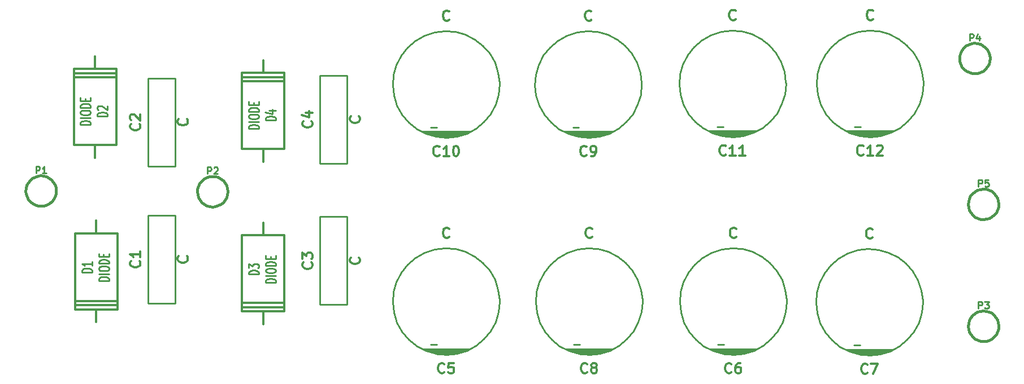
<source format=gto>
G04 (created by PCBNEW-RS274X (2012-01-19 BZR 3256)-stable) date 31/05/2012 03:32:05 p.m.*
G01*
G70*
G90*
%MOIN*%
G04 Gerber Fmt 3.4, Leading zero omitted, Abs format*
%FSLAX34Y34*%
G04 APERTURE LIST*
%ADD10C,0.006000*%
%ADD11C,0.015000*%
%ADD12C,0.010000*%
%ADD13C,0.012000*%
%ADD14C,0.009800*%
G04 APERTURE END LIST*
G54D10*
G54D11*
X11569Y-20551D02*
X11551Y-20725D01*
X11501Y-20893D01*
X11418Y-21049D01*
X11307Y-21185D01*
X11172Y-21297D01*
X11017Y-21380D01*
X10849Y-21432D01*
X10675Y-21450D01*
X10501Y-21435D01*
X10332Y-21385D01*
X10177Y-21304D01*
X10040Y-21194D01*
X09927Y-21059D01*
X09842Y-20905D01*
X09789Y-20738D01*
X09770Y-20563D01*
X09784Y-20389D01*
X09833Y-20220D01*
X09913Y-20064D01*
X10022Y-19926D01*
X10156Y-19812D01*
X10309Y-19727D01*
X10476Y-19672D01*
X10651Y-19652D01*
X10825Y-19665D01*
X10994Y-19712D01*
X11151Y-19792D01*
X11289Y-19900D01*
X11404Y-20033D01*
X11491Y-20185D01*
X11546Y-20352D01*
X11568Y-20526D01*
X11569Y-20551D01*
X21687Y-20591D02*
X21669Y-20765D01*
X21619Y-20933D01*
X21536Y-21089D01*
X21425Y-21225D01*
X21290Y-21337D01*
X21135Y-21420D01*
X20967Y-21472D01*
X20793Y-21490D01*
X20619Y-21475D01*
X20450Y-21425D01*
X20295Y-21344D01*
X20158Y-21234D01*
X20045Y-21099D01*
X19960Y-20945D01*
X19907Y-20778D01*
X19888Y-20603D01*
X19902Y-20429D01*
X19951Y-20260D01*
X20031Y-20104D01*
X20140Y-19966D01*
X20274Y-19852D01*
X20427Y-19767D01*
X20594Y-19712D01*
X20769Y-19692D01*
X20943Y-19705D01*
X21112Y-19752D01*
X21269Y-19832D01*
X21407Y-19940D01*
X21522Y-20073D01*
X21609Y-20225D01*
X21664Y-20392D01*
X21686Y-20566D01*
X21687Y-20591D01*
X67160Y-28543D02*
X67142Y-28717D01*
X67092Y-28885D01*
X67009Y-29041D01*
X66898Y-29177D01*
X66763Y-29289D01*
X66608Y-29372D01*
X66440Y-29424D01*
X66266Y-29442D01*
X66092Y-29427D01*
X65923Y-29377D01*
X65768Y-29296D01*
X65631Y-29186D01*
X65518Y-29051D01*
X65433Y-28897D01*
X65380Y-28730D01*
X65361Y-28555D01*
X65375Y-28381D01*
X65424Y-28212D01*
X65504Y-28056D01*
X65613Y-27918D01*
X65747Y-27804D01*
X65900Y-27719D01*
X66067Y-27664D01*
X66242Y-27644D01*
X66416Y-27657D01*
X66585Y-27704D01*
X66742Y-27784D01*
X66880Y-27892D01*
X66995Y-28025D01*
X67082Y-28177D01*
X67137Y-28344D01*
X67159Y-28518D01*
X67160Y-28543D01*
X66648Y-12717D02*
X66630Y-12891D01*
X66580Y-13059D01*
X66497Y-13215D01*
X66386Y-13351D01*
X66251Y-13463D01*
X66096Y-13546D01*
X65928Y-13598D01*
X65754Y-13616D01*
X65580Y-13601D01*
X65411Y-13551D01*
X65256Y-13470D01*
X65119Y-13360D01*
X65006Y-13225D01*
X64921Y-13071D01*
X64868Y-12904D01*
X64849Y-12729D01*
X64863Y-12555D01*
X64912Y-12386D01*
X64992Y-12230D01*
X65101Y-12092D01*
X65235Y-11978D01*
X65388Y-11893D01*
X65555Y-11838D01*
X65730Y-11818D01*
X65904Y-11831D01*
X66073Y-11878D01*
X66230Y-11958D01*
X66368Y-12066D01*
X66483Y-12199D01*
X66570Y-12351D01*
X66625Y-12518D01*
X66647Y-12692D01*
X66648Y-12717D01*
G54D12*
X44303Y-17052D02*
X43453Y-17302D01*
X41653Y-17052D02*
X42103Y-17202D01*
X46103Y-14252D02*
X46043Y-14863D01*
X45865Y-15452D01*
X45576Y-15995D01*
X45188Y-16471D01*
X44714Y-16863D01*
X44173Y-17155D01*
X43586Y-17337D01*
X42974Y-17401D01*
X42363Y-17346D01*
X41773Y-17172D01*
X41229Y-16887D01*
X40750Y-16502D01*
X40354Y-16031D01*
X40058Y-15492D01*
X39872Y-14906D01*
X39804Y-14295D01*
X39855Y-13684D01*
X40025Y-13093D01*
X40306Y-12546D01*
X40688Y-12064D01*
X41156Y-11666D01*
X41692Y-11366D01*
X42277Y-11176D01*
X42888Y-11103D01*
X43499Y-11150D01*
X44092Y-11316D01*
X44640Y-11593D01*
X45125Y-11971D01*
X45527Y-12437D01*
X45830Y-12971D01*
X46024Y-13555D01*
X46101Y-14165D01*
X46103Y-14252D01*
X43753Y-17202D02*
X42153Y-17202D01*
X41803Y-17102D02*
X44053Y-17102D01*
X44053Y-17102D02*
X43703Y-17102D01*
X42403Y-17352D02*
X43453Y-17352D01*
X43803Y-17252D02*
X42103Y-17252D01*
X41853Y-17152D02*
X44053Y-17152D01*
X44053Y-17152D02*
X44003Y-17152D01*
X41553Y-17052D02*
X44353Y-17052D01*
X42403Y-16802D02*
X42053Y-16802D01*
X35917Y-17052D02*
X35067Y-17302D01*
X33267Y-17052D02*
X33717Y-17202D01*
X37717Y-14252D02*
X37657Y-14863D01*
X37479Y-15452D01*
X37190Y-15995D01*
X36802Y-16471D01*
X36328Y-16863D01*
X35787Y-17155D01*
X35200Y-17337D01*
X34588Y-17401D01*
X33977Y-17346D01*
X33387Y-17172D01*
X32843Y-16887D01*
X32364Y-16502D01*
X31968Y-16031D01*
X31672Y-15492D01*
X31486Y-14906D01*
X31418Y-14295D01*
X31469Y-13684D01*
X31639Y-13093D01*
X31920Y-12546D01*
X32302Y-12064D01*
X32770Y-11666D01*
X33306Y-11366D01*
X33891Y-11176D01*
X34502Y-11103D01*
X35113Y-11150D01*
X35706Y-11316D01*
X36254Y-11593D01*
X36739Y-11971D01*
X37141Y-12437D01*
X37444Y-12971D01*
X37638Y-13555D01*
X37715Y-14165D01*
X37717Y-14252D01*
X35367Y-17202D02*
X33767Y-17202D01*
X33417Y-17102D02*
X35667Y-17102D01*
X35667Y-17102D02*
X35317Y-17102D01*
X34017Y-17352D02*
X35067Y-17352D01*
X35417Y-17252D02*
X33717Y-17252D01*
X33467Y-17152D02*
X35667Y-17152D01*
X35667Y-17152D02*
X35617Y-17152D01*
X33167Y-17052D02*
X35967Y-17052D01*
X34017Y-16802D02*
X33667Y-16802D01*
X52807Y-17013D02*
X51957Y-17263D01*
X50157Y-17013D02*
X50607Y-17163D01*
X54607Y-14213D02*
X54547Y-14824D01*
X54369Y-15413D01*
X54080Y-15956D01*
X53692Y-16432D01*
X53218Y-16824D01*
X52677Y-17116D01*
X52090Y-17298D01*
X51478Y-17362D01*
X50867Y-17307D01*
X50277Y-17133D01*
X49733Y-16848D01*
X49254Y-16463D01*
X48858Y-15992D01*
X48562Y-15453D01*
X48376Y-14867D01*
X48308Y-14256D01*
X48359Y-13645D01*
X48529Y-13054D01*
X48810Y-12507D01*
X49192Y-12025D01*
X49660Y-11627D01*
X50196Y-11327D01*
X50781Y-11137D01*
X51392Y-11064D01*
X52003Y-11111D01*
X52596Y-11277D01*
X53144Y-11554D01*
X53629Y-11932D01*
X54031Y-12398D01*
X54334Y-12932D01*
X54528Y-13516D01*
X54605Y-14126D01*
X54607Y-14213D01*
X52257Y-17163D02*
X50657Y-17163D01*
X50307Y-17063D02*
X52557Y-17063D01*
X52557Y-17063D02*
X52207Y-17063D01*
X50907Y-17313D02*
X51957Y-17313D01*
X52307Y-17213D02*
X50607Y-17213D01*
X50357Y-17113D02*
X52557Y-17113D01*
X52557Y-17113D02*
X52507Y-17113D01*
X50057Y-17013D02*
X52857Y-17013D01*
X50907Y-16763D02*
X50557Y-16763D01*
X60917Y-17013D02*
X60067Y-17263D01*
X58267Y-17013D02*
X58717Y-17163D01*
X62717Y-14213D02*
X62657Y-14824D01*
X62479Y-15413D01*
X62190Y-15956D01*
X61802Y-16432D01*
X61328Y-16824D01*
X60787Y-17116D01*
X60200Y-17298D01*
X59588Y-17362D01*
X58977Y-17307D01*
X58387Y-17133D01*
X57843Y-16848D01*
X57364Y-16463D01*
X56968Y-15992D01*
X56672Y-15453D01*
X56486Y-14867D01*
X56418Y-14256D01*
X56469Y-13645D01*
X56639Y-13054D01*
X56920Y-12507D01*
X57302Y-12025D01*
X57770Y-11627D01*
X58306Y-11327D01*
X58891Y-11137D01*
X59502Y-11064D01*
X60113Y-11111D01*
X60706Y-11277D01*
X61254Y-11554D01*
X61739Y-11932D01*
X62141Y-12398D01*
X62444Y-12932D01*
X62638Y-13516D01*
X62715Y-14126D01*
X62717Y-14213D01*
X60367Y-17163D02*
X58767Y-17163D01*
X58417Y-17063D02*
X60667Y-17063D01*
X60667Y-17063D02*
X60317Y-17063D01*
X59017Y-17313D02*
X60067Y-17313D01*
X60417Y-17213D02*
X58717Y-17213D01*
X58467Y-17113D02*
X60667Y-17113D01*
X60667Y-17113D02*
X60617Y-17113D01*
X58167Y-17013D02*
X60967Y-17013D01*
X59017Y-16763D02*
X58667Y-16763D01*
X35917Y-29887D02*
X35067Y-30137D01*
X33267Y-29887D02*
X33717Y-30037D01*
X37717Y-27087D02*
X37657Y-27698D01*
X37479Y-28287D01*
X37190Y-28830D01*
X36802Y-29306D01*
X36328Y-29698D01*
X35787Y-29990D01*
X35200Y-30172D01*
X34588Y-30236D01*
X33977Y-30181D01*
X33387Y-30007D01*
X32843Y-29722D01*
X32364Y-29337D01*
X31968Y-28866D01*
X31672Y-28327D01*
X31486Y-27741D01*
X31418Y-27130D01*
X31469Y-26519D01*
X31639Y-25928D01*
X31920Y-25381D01*
X32302Y-24899D01*
X32770Y-24501D01*
X33306Y-24201D01*
X33891Y-24011D01*
X34502Y-23938D01*
X35113Y-23985D01*
X35706Y-24151D01*
X36254Y-24428D01*
X36739Y-24806D01*
X37141Y-25272D01*
X37444Y-25806D01*
X37638Y-26390D01*
X37715Y-27000D01*
X37717Y-27087D01*
X35367Y-30037D02*
X33767Y-30037D01*
X33417Y-29937D02*
X35667Y-29937D01*
X35667Y-29937D02*
X35317Y-29937D01*
X34017Y-30187D02*
X35067Y-30187D01*
X35417Y-30087D02*
X33717Y-30087D01*
X33467Y-29987D02*
X35667Y-29987D01*
X35667Y-29987D02*
X35617Y-29987D01*
X33167Y-29887D02*
X35967Y-29887D01*
X34017Y-29637D02*
X33667Y-29637D01*
X52846Y-29887D02*
X51996Y-30137D01*
X50196Y-29887D02*
X50646Y-30037D01*
X54646Y-27087D02*
X54586Y-27698D01*
X54408Y-28287D01*
X54119Y-28830D01*
X53731Y-29306D01*
X53257Y-29698D01*
X52716Y-29990D01*
X52129Y-30172D01*
X51517Y-30236D01*
X50906Y-30181D01*
X50316Y-30007D01*
X49772Y-29722D01*
X49293Y-29337D01*
X48897Y-28866D01*
X48601Y-28327D01*
X48415Y-27741D01*
X48347Y-27130D01*
X48398Y-26519D01*
X48568Y-25928D01*
X48849Y-25381D01*
X49231Y-24899D01*
X49699Y-24501D01*
X50235Y-24201D01*
X50820Y-24011D01*
X51431Y-23938D01*
X52042Y-23985D01*
X52635Y-24151D01*
X53183Y-24428D01*
X53668Y-24806D01*
X54070Y-25272D01*
X54373Y-25806D01*
X54567Y-26390D01*
X54644Y-27000D01*
X54646Y-27087D01*
X52296Y-30037D02*
X50696Y-30037D01*
X50346Y-29937D02*
X52596Y-29937D01*
X52596Y-29937D02*
X52246Y-29937D01*
X50946Y-30187D02*
X51996Y-30187D01*
X52346Y-30087D02*
X50646Y-30087D01*
X50396Y-29987D02*
X52596Y-29987D01*
X52596Y-29987D02*
X52546Y-29987D01*
X50096Y-29887D02*
X52896Y-29887D01*
X50946Y-29637D02*
X50596Y-29637D01*
X60878Y-29926D02*
X60028Y-30176D01*
X58228Y-29926D02*
X58678Y-30076D01*
X62678Y-27126D02*
X62618Y-27737D01*
X62440Y-28326D01*
X62151Y-28869D01*
X61763Y-29345D01*
X61289Y-29737D01*
X60748Y-30029D01*
X60161Y-30211D01*
X59549Y-30275D01*
X58938Y-30220D01*
X58348Y-30046D01*
X57804Y-29761D01*
X57325Y-29376D01*
X56929Y-28905D01*
X56633Y-28366D01*
X56447Y-27780D01*
X56379Y-27169D01*
X56430Y-26558D01*
X56600Y-25967D01*
X56881Y-25420D01*
X57263Y-24938D01*
X57731Y-24540D01*
X58267Y-24240D01*
X58852Y-24050D01*
X59463Y-23977D01*
X60074Y-24024D01*
X60667Y-24190D01*
X61215Y-24467D01*
X61700Y-24845D01*
X62102Y-25311D01*
X62405Y-25845D01*
X62599Y-26429D01*
X62676Y-27039D01*
X62678Y-27126D01*
X60328Y-30076D02*
X58728Y-30076D01*
X58378Y-29976D02*
X60628Y-29976D01*
X60628Y-29976D02*
X60278Y-29976D01*
X58978Y-30226D02*
X60028Y-30226D01*
X60378Y-30126D02*
X58678Y-30126D01*
X58428Y-30026D02*
X60628Y-30026D01*
X60628Y-30026D02*
X60578Y-30026D01*
X58128Y-29926D02*
X60928Y-29926D01*
X58978Y-29676D02*
X58628Y-29676D01*
X44342Y-29887D02*
X43492Y-30137D01*
X41692Y-29887D02*
X42142Y-30037D01*
X46142Y-27087D02*
X46082Y-27698D01*
X45904Y-28287D01*
X45615Y-28830D01*
X45227Y-29306D01*
X44753Y-29698D01*
X44212Y-29990D01*
X43625Y-30172D01*
X43013Y-30236D01*
X42402Y-30181D01*
X41812Y-30007D01*
X41268Y-29722D01*
X40789Y-29337D01*
X40393Y-28866D01*
X40097Y-28327D01*
X39911Y-27741D01*
X39843Y-27130D01*
X39894Y-26519D01*
X40064Y-25928D01*
X40345Y-25381D01*
X40727Y-24899D01*
X41195Y-24501D01*
X41731Y-24201D01*
X42316Y-24011D01*
X42927Y-23938D01*
X43538Y-23985D01*
X44131Y-24151D01*
X44679Y-24428D01*
X45164Y-24806D01*
X45566Y-25272D01*
X45869Y-25806D01*
X46063Y-26390D01*
X46140Y-27000D01*
X46142Y-27087D01*
X43792Y-30037D02*
X42192Y-30037D01*
X41842Y-29937D02*
X44092Y-29937D01*
X44092Y-29937D02*
X43742Y-29937D01*
X42442Y-30187D02*
X43492Y-30187D01*
X43842Y-30087D02*
X42142Y-30087D01*
X41892Y-29987D02*
X44092Y-29987D01*
X44092Y-29987D02*
X44042Y-29987D01*
X41592Y-29887D02*
X44392Y-29887D01*
X42442Y-29637D02*
X42092Y-29637D01*
G54D11*
X67160Y-21339D02*
X67142Y-21513D01*
X67092Y-21681D01*
X67009Y-21837D01*
X66898Y-21973D01*
X66763Y-22085D01*
X66608Y-22168D01*
X66440Y-22220D01*
X66266Y-22238D01*
X66092Y-22223D01*
X65923Y-22173D01*
X65768Y-22092D01*
X65631Y-21982D01*
X65518Y-21847D01*
X65433Y-21693D01*
X65380Y-21526D01*
X65361Y-21351D01*
X65375Y-21177D01*
X65424Y-21008D01*
X65504Y-20852D01*
X65613Y-20714D01*
X65747Y-20600D01*
X65900Y-20515D01*
X66067Y-20460D01*
X66242Y-20440D01*
X66416Y-20453D01*
X66585Y-20500D01*
X66742Y-20580D01*
X66880Y-20688D01*
X66995Y-20821D01*
X67082Y-20973D01*
X67137Y-21140D01*
X67159Y-21314D01*
X67160Y-21339D01*
G54D13*
X15187Y-23065D02*
X12687Y-23065D01*
X12687Y-23065D02*
X12687Y-27565D01*
X12687Y-27565D02*
X15187Y-27565D01*
X15187Y-27565D02*
X15187Y-23065D01*
X15187Y-27315D02*
X12687Y-27315D01*
X12687Y-27065D02*
X15187Y-27065D01*
X13937Y-27565D02*
X13937Y-28315D01*
X13937Y-23065D02*
X13937Y-22315D01*
X12608Y-17841D02*
X15108Y-17841D01*
X15108Y-17841D02*
X15108Y-13341D01*
X15108Y-13341D02*
X12608Y-13341D01*
X12608Y-13341D02*
X12608Y-17841D01*
X12608Y-13591D02*
X15108Y-13591D01*
X15108Y-13841D02*
X12608Y-13841D01*
X13858Y-13341D02*
X13858Y-12591D01*
X13858Y-17841D02*
X13858Y-18591D01*
X25030Y-23183D02*
X22530Y-23183D01*
X22530Y-23183D02*
X22530Y-27683D01*
X22530Y-27683D02*
X25030Y-27683D01*
X25030Y-27683D02*
X25030Y-23183D01*
X25030Y-27433D02*
X22530Y-27433D01*
X22530Y-27183D02*
X25030Y-27183D01*
X23780Y-27683D02*
X23780Y-28433D01*
X23780Y-23183D02*
X23780Y-22433D01*
X22530Y-18077D02*
X25030Y-18077D01*
X25030Y-18077D02*
X25030Y-13577D01*
X25030Y-13577D02*
X22530Y-13577D01*
X22530Y-13577D02*
X22530Y-18077D01*
X22530Y-13827D02*
X25030Y-13827D01*
X25030Y-14077D02*
X22530Y-14077D01*
X23780Y-13577D02*
X23780Y-12827D01*
X23780Y-18077D02*
X23780Y-18827D01*
G54D14*
X18575Y-22006D02*
X18575Y-27206D01*
X16975Y-27206D02*
X16975Y-22006D01*
X18575Y-22006D02*
X16975Y-22006D01*
X16975Y-27206D02*
X18575Y-27206D01*
X18575Y-13896D02*
X18575Y-19096D01*
X16975Y-19096D02*
X16975Y-13896D01*
X18575Y-13896D02*
X16975Y-13896D01*
X16975Y-19096D02*
X18575Y-19096D01*
X28733Y-22085D02*
X28733Y-27285D01*
X27133Y-27285D02*
X27133Y-22085D01*
X28733Y-22085D02*
X27133Y-22085D01*
X27133Y-27285D02*
X28733Y-27285D01*
X28733Y-13739D02*
X28733Y-18939D01*
X27133Y-18939D02*
X27133Y-13739D01*
X28733Y-13739D02*
X27133Y-13739D01*
X27133Y-18939D02*
X28733Y-18939D01*
G54D12*
X10374Y-19513D02*
X10374Y-19113D01*
X10527Y-19113D01*
X10565Y-19132D01*
X10584Y-19151D01*
X10603Y-19189D01*
X10603Y-19246D01*
X10584Y-19284D01*
X10565Y-19303D01*
X10527Y-19322D01*
X10374Y-19322D01*
X10984Y-19513D02*
X10755Y-19513D01*
X10869Y-19513D02*
X10869Y-19113D01*
X10831Y-19170D01*
X10793Y-19208D01*
X10755Y-19227D01*
X20492Y-19553D02*
X20492Y-19153D01*
X20645Y-19153D01*
X20683Y-19172D01*
X20702Y-19191D01*
X20721Y-19229D01*
X20721Y-19286D01*
X20702Y-19324D01*
X20683Y-19343D01*
X20645Y-19362D01*
X20492Y-19362D01*
X20873Y-19191D02*
X20892Y-19172D01*
X20930Y-19153D01*
X21026Y-19153D01*
X21064Y-19172D01*
X21083Y-19191D01*
X21102Y-19229D01*
X21102Y-19267D01*
X21083Y-19324D01*
X20854Y-19553D01*
X21102Y-19553D01*
X65965Y-27505D02*
X65965Y-27105D01*
X66118Y-27105D01*
X66156Y-27124D01*
X66175Y-27143D01*
X66194Y-27181D01*
X66194Y-27238D01*
X66175Y-27276D01*
X66156Y-27295D01*
X66118Y-27314D01*
X65965Y-27314D01*
X66327Y-27105D02*
X66575Y-27105D01*
X66441Y-27257D01*
X66499Y-27257D01*
X66537Y-27276D01*
X66556Y-27295D01*
X66575Y-27333D01*
X66575Y-27429D01*
X66556Y-27467D01*
X66537Y-27486D01*
X66499Y-27505D01*
X66384Y-27505D01*
X66346Y-27486D01*
X66327Y-27467D01*
X65453Y-11679D02*
X65453Y-11279D01*
X65606Y-11279D01*
X65644Y-11298D01*
X65663Y-11317D01*
X65682Y-11355D01*
X65682Y-11412D01*
X65663Y-11450D01*
X65644Y-11469D01*
X65606Y-11488D01*
X65453Y-11488D01*
X66025Y-11412D02*
X66025Y-11679D01*
X65929Y-11260D02*
X65834Y-11546D01*
X66082Y-11546D01*
G54D13*
X42854Y-18438D02*
X42825Y-18466D01*
X42739Y-18495D01*
X42682Y-18495D01*
X42597Y-18466D01*
X42539Y-18409D01*
X42511Y-18352D01*
X42482Y-18238D01*
X42482Y-18152D01*
X42511Y-18038D01*
X42539Y-17981D01*
X42597Y-17923D01*
X42682Y-17895D01*
X42739Y-17895D01*
X42825Y-17923D01*
X42854Y-17952D01*
X43139Y-18495D02*
X43254Y-18495D01*
X43311Y-18466D01*
X43339Y-18438D01*
X43397Y-18352D01*
X43425Y-18238D01*
X43425Y-18009D01*
X43397Y-17952D01*
X43368Y-17923D01*
X43311Y-17895D01*
X43197Y-17895D01*
X43139Y-17923D01*
X43111Y-17952D01*
X43082Y-18009D01*
X43082Y-18152D01*
X43111Y-18209D01*
X43139Y-18238D01*
X43197Y-18266D01*
X43311Y-18266D01*
X43368Y-18238D01*
X43397Y-18209D01*
X43425Y-18152D01*
X43139Y-10438D02*
X43110Y-10466D01*
X43024Y-10495D01*
X42967Y-10495D01*
X42882Y-10466D01*
X42824Y-10409D01*
X42796Y-10352D01*
X42767Y-10238D01*
X42767Y-10152D01*
X42796Y-10038D01*
X42824Y-09981D01*
X42882Y-09923D01*
X42967Y-09895D01*
X43024Y-09895D01*
X43110Y-09923D01*
X43139Y-09952D01*
X34182Y-18438D02*
X34153Y-18466D01*
X34067Y-18495D01*
X34010Y-18495D01*
X33925Y-18466D01*
X33867Y-18409D01*
X33839Y-18352D01*
X33810Y-18238D01*
X33810Y-18152D01*
X33839Y-18038D01*
X33867Y-17981D01*
X33925Y-17923D01*
X34010Y-17895D01*
X34067Y-17895D01*
X34153Y-17923D01*
X34182Y-17952D01*
X34753Y-18495D02*
X34410Y-18495D01*
X34582Y-18495D02*
X34582Y-17895D01*
X34525Y-17981D01*
X34467Y-18038D01*
X34410Y-18066D01*
X35124Y-17895D02*
X35181Y-17895D01*
X35238Y-17923D01*
X35267Y-17952D01*
X35296Y-18009D01*
X35324Y-18123D01*
X35324Y-18266D01*
X35296Y-18381D01*
X35267Y-18438D01*
X35238Y-18466D01*
X35181Y-18495D01*
X35124Y-18495D01*
X35067Y-18466D01*
X35038Y-18438D01*
X35010Y-18381D01*
X34981Y-18266D01*
X34981Y-18123D01*
X35010Y-18009D01*
X35038Y-17952D01*
X35067Y-17923D01*
X35124Y-17895D01*
X34753Y-10438D02*
X34724Y-10466D01*
X34638Y-10495D01*
X34581Y-10495D01*
X34496Y-10466D01*
X34438Y-10409D01*
X34410Y-10352D01*
X34381Y-10238D01*
X34381Y-10152D01*
X34410Y-10038D01*
X34438Y-09981D01*
X34496Y-09923D01*
X34581Y-09895D01*
X34638Y-09895D01*
X34724Y-09923D01*
X34753Y-09952D01*
X51072Y-18399D02*
X51043Y-18427D01*
X50957Y-18456D01*
X50900Y-18456D01*
X50815Y-18427D01*
X50757Y-18370D01*
X50729Y-18313D01*
X50700Y-18199D01*
X50700Y-18113D01*
X50729Y-17999D01*
X50757Y-17942D01*
X50815Y-17884D01*
X50900Y-17856D01*
X50957Y-17856D01*
X51043Y-17884D01*
X51072Y-17913D01*
X51643Y-18456D02*
X51300Y-18456D01*
X51472Y-18456D02*
X51472Y-17856D01*
X51415Y-17942D01*
X51357Y-17999D01*
X51300Y-18027D01*
X52214Y-18456D02*
X51871Y-18456D01*
X52043Y-18456D02*
X52043Y-17856D01*
X51986Y-17942D01*
X51928Y-17999D01*
X51871Y-18027D01*
X51643Y-10399D02*
X51614Y-10427D01*
X51528Y-10456D01*
X51471Y-10456D01*
X51386Y-10427D01*
X51328Y-10370D01*
X51300Y-10313D01*
X51271Y-10199D01*
X51271Y-10113D01*
X51300Y-09999D01*
X51328Y-09942D01*
X51386Y-09884D01*
X51471Y-09856D01*
X51528Y-09856D01*
X51614Y-09884D01*
X51643Y-09913D01*
X59182Y-18399D02*
X59153Y-18427D01*
X59067Y-18456D01*
X59010Y-18456D01*
X58925Y-18427D01*
X58867Y-18370D01*
X58839Y-18313D01*
X58810Y-18199D01*
X58810Y-18113D01*
X58839Y-17999D01*
X58867Y-17942D01*
X58925Y-17884D01*
X59010Y-17856D01*
X59067Y-17856D01*
X59153Y-17884D01*
X59182Y-17913D01*
X59753Y-18456D02*
X59410Y-18456D01*
X59582Y-18456D02*
X59582Y-17856D01*
X59525Y-17942D01*
X59467Y-17999D01*
X59410Y-18027D01*
X59981Y-17913D02*
X60010Y-17884D01*
X60067Y-17856D01*
X60210Y-17856D01*
X60267Y-17884D01*
X60296Y-17913D01*
X60324Y-17970D01*
X60324Y-18027D01*
X60296Y-18113D01*
X59953Y-18456D01*
X60324Y-18456D01*
X59753Y-10399D02*
X59724Y-10427D01*
X59638Y-10456D01*
X59581Y-10456D01*
X59496Y-10427D01*
X59438Y-10370D01*
X59410Y-10313D01*
X59381Y-10199D01*
X59381Y-10113D01*
X59410Y-09999D01*
X59438Y-09942D01*
X59496Y-09884D01*
X59581Y-09856D01*
X59638Y-09856D01*
X59724Y-09884D01*
X59753Y-09913D01*
X34468Y-31273D02*
X34439Y-31301D01*
X34353Y-31330D01*
X34296Y-31330D01*
X34211Y-31301D01*
X34153Y-31244D01*
X34125Y-31187D01*
X34096Y-31073D01*
X34096Y-30987D01*
X34125Y-30873D01*
X34153Y-30816D01*
X34211Y-30758D01*
X34296Y-30730D01*
X34353Y-30730D01*
X34439Y-30758D01*
X34468Y-30787D01*
X35011Y-30730D02*
X34725Y-30730D01*
X34696Y-31016D01*
X34725Y-30987D01*
X34782Y-30958D01*
X34925Y-30958D01*
X34982Y-30987D01*
X35011Y-31016D01*
X35039Y-31073D01*
X35039Y-31216D01*
X35011Y-31273D01*
X34982Y-31301D01*
X34925Y-31330D01*
X34782Y-31330D01*
X34725Y-31301D01*
X34696Y-31273D01*
X34753Y-23273D02*
X34724Y-23301D01*
X34638Y-23330D01*
X34581Y-23330D01*
X34496Y-23301D01*
X34438Y-23244D01*
X34410Y-23187D01*
X34381Y-23073D01*
X34381Y-22987D01*
X34410Y-22873D01*
X34438Y-22816D01*
X34496Y-22758D01*
X34581Y-22730D01*
X34638Y-22730D01*
X34724Y-22758D01*
X34753Y-22787D01*
X51397Y-31273D02*
X51368Y-31301D01*
X51282Y-31330D01*
X51225Y-31330D01*
X51140Y-31301D01*
X51082Y-31244D01*
X51054Y-31187D01*
X51025Y-31073D01*
X51025Y-30987D01*
X51054Y-30873D01*
X51082Y-30816D01*
X51140Y-30758D01*
X51225Y-30730D01*
X51282Y-30730D01*
X51368Y-30758D01*
X51397Y-30787D01*
X51911Y-30730D02*
X51797Y-30730D01*
X51740Y-30758D01*
X51711Y-30787D01*
X51654Y-30873D01*
X51625Y-30987D01*
X51625Y-31216D01*
X51654Y-31273D01*
X51682Y-31301D01*
X51740Y-31330D01*
X51854Y-31330D01*
X51911Y-31301D01*
X51940Y-31273D01*
X51968Y-31216D01*
X51968Y-31073D01*
X51940Y-31016D01*
X51911Y-30987D01*
X51854Y-30958D01*
X51740Y-30958D01*
X51682Y-30987D01*
X51654Y-31016D01*
X51625Y-31073D01*
X51682Y-23273D02*
X51653Y-23301D01*
X51567Y-23330D01*
X51510Y-23330D01*
X51425Y-23301D01*
X51367Y-23244D01*
X51339Y-23187D01*
X51310Y-23073D01*
X51310Y-22987D01*
X51339Y-22873D01*
X51367Y-22816D01*
X51425Y-22758D01*
X51510Y-22730D01*
X51567Y-22730D01*
X51653Y-22758D01*
X51682Y-22787D01*
X59429Y-31312D02*
X59400Y-31340D01*
X59314Y-31369D01*
X59257Y-31369D01*
X59172Y-31340D01*
X59114Y-31283D01*
X59086Y-31226D01*
X59057Y-31112D01*
X59057Y-31026D01*
X59086Y-30912D01*
X59114Y-30855D01*
X59172Y-30797D01*
X59257Y-30769D01*
X59314Y-30769D01*
X59400Y-30797D01*
X59429Y-30826D01*
X59629Y-30769D02*
X60029Y-30769D01*
X59772Y-31369D01*
X59714Y-23312D02*
X59685Y-23340D01*
X59599Y-23369D01*
X59542Y-23369D01*
X59457Y-23340D01*
X59399Y-23283D01*
X59371Y-23226D01*
X59342Y-23112D01*
X59342Y-23026D01*
X59371Y-22912D01*
X59399Y-22855D01*
X59457Y-22797D01*
X59542Y-22769D01*
X59599Y-22769D01*
X59685Y-22797D01*
X59714Y-22826D01*
X42893Y-31273D02*
X42864Y-31301D01*
X42778Y-31330D01*
X42721Y-31330D01*
X42636Y-31301D01*
X42578Y-31244D01*
X42550Y-31187D01*
X42521Y-31073D01*
X42521Y-30987D01*
X42550Y-30873D01*
X42578Y-30816D01*
X42636Y-30758D01*
X42721Y-30730D01*
X42778Y-30730D01*
X42864Y-30758D01*
X42893Y-30787D01*
X43236Y-30987D02*
X43178Y-30958D01*
X43150Y-30930D01*
X43121Y-30873D01*
X43121Y-30844D01*
X43150Y-30787D01*
X43178Y-30758D01*
X43236Y-30730D01*
X43350Y-30730D01*
X43407Y-30758D01*
X43436Y-30787D01*
X43464Y-30844D01*
X43464Y-30873D01*
X43436Y-30930D01*
X43407Y-30958D01*
X43350Y-30987D01*
X43236Y-30987D01*
X43178Y-31016D01*
X43150Y-31044D01*
X43121Y-31101D01*
X43121Y-31216D01*
X43150Y-31273D01*
X43178Y-31301D01*
X43236Y-31330D01*
X43350Y-31330D01*
X43407Y-31301D01*
X43436Y-31273D01*
X43464Y-31216D01*
X43464Y-31101D01*
X43436Y-31044D01*
X43407Y-31016D01*
X43350Y-30987D01*
X43178Y-23273D02*
X43149Y-23301D01*
X43063Y-23330D01*
X43006Y-23330D01*
X42921Y-23301D01*
X42863Y-23244D01*
X42835Y-23187D01*
X42806Y-23073D01*
X42806Y-22987D01*
X42835Y-22873D01*
X42863Y-22816D01*
X42921Y-22758D01*
X43006Y-22730D01*
X43063Y-22730D01*
X43149Y-22758D01*
X43178Y-22787D01*
G54D12*
X65965Y-20301D02*
X65965Y-19901D01*
X66118Y-19901D01*
X66156Y-19920D01*
X66175Y-19939D01*
X66194Y-19977D01*
X66194Y-20034D01*
X66175Y-20072D01*
X66156Y-20091D01*
X66118Y-20110D01*
X65965Y-20110D01*
X66556Y-19901D02*
X66365Y-19901D01*
X66346Y-20091D01*
X66365Y-20072D01*
X66403Y-20053D01*
X66499Y-20053D01*
X66537Y-20072D01*
X66556Y-20091D01*
X66575Y-20129D01*
X66575Y-20225D01*
X66556Y-20263D01*
X66537Y-20282D01*
X66499Y-20301D01*
X66403Y-20301D01*
X66365Y-20282D01*
X66346Y-20263D01*
X13680Y-25360D02*
X13080Y-25360D01*
X13080Y-25265D01*
X13108Y-25207D01*
X13166Y-25169D01*
X13223Y-25150D01*
X13337Y-25131D01*
X13423Y-25131D01*
X13537Y-25150D01*
X13594Y-25169D01*
X13651Y-25207D01*
X13680Y-25265D01*
X13680Y-25360D01*
X13680Y-24750D02*
X13680Y-24979D01*
X13680Y-24865D02*
X13080Y-24865D01*
X13166Y-24903D01*
X13223Y-24941D01*
X13251Y-24979D01*
X14680Y-25855D02*
X14080Y-25855D01*
X14080Y-25760D01*
X14108Y-25702D01*
X14166Y-25664D01*
X14223Y-25645D01*
X14337Y-25626D01*
X14423Y-25626D01*
X14537Y-25645D01*
X14594Y-25664D01*
X14651Y-25702D01*
X14680Y-25760D01*
X14680Y-25855D01*
X14680Y-25455D02*
X14080Y-25455D01*
X14080Y-25189D02*
X14080Y-25112D01*
X14108Y-25074D01*
X14166Y-25036D01*
X14280Y-25017D01*
X14480Y-25017D01*
X14594Y-25036D01*
X14651Y-25074D01*
X14680Y-25112D01*
X14680Y-25189D01*
X14651Y-25227D01*
X14594Y-25265D01*
X14480Y-25284D01*
X14280Y-25284D01*
X14166Y-25265D01*
X14108Y-25227D01*
X14080Y-25189D01*
X14680Y-24846D02*
X14080Y-24846D01*
X14080Y-24751D01*
X14108Y-24693D01*
X14166Y-24655D01*
X14223Y-24636D01*
X14337Y-24617D01*
X14423Y-24617D01*
X14537Y-24636D01*
X14594Y-24655D01*
X14651Y-24693D01*
X14680Y-24751D01*
X14680Y-24846D01*
X14366Y-24446D02*
X14366Y-24312D01*
X14680Y-24255D02*
X14680Y-24446D01*
X14080Y-24446D01*
X14080Y-24255D01*
X14601Y-16136D02*
X14001Y-16136D01*
X14001Y-16041D01*
X14029Y-15983D01*
X14087Y-15945D01*
X14144Y-15926D01*
X14258Y-15907D01*
X14344Y-15907D01*
X14458Y-15926D01*
X14515Y-15945D01*
X14572Y-15983D01*
X14601Y-16041D01*
X14601Y-16136D01*
X14058Y-15755D02*
X14029Y-15736D01*
X14001Y-15698D01*
X14001Y-15602D01*
X14029Y-15564D01*
X14058Y-15545D01*
X14115Y-15526D01*
X14172Y-15526D01*
X14258Y-15545D01*
X14601Y-15774D01*
X14601Y-15526D01*
X13601Y-16631D02*
X13001Y-16631D01*
X13001Y-16536D01*
X13029Y-16478D01*
X13087Y-16440D01*
X13144Y-16421D01*
X13258Y-16402D01*
X13344Y-16402D01*
X13458Y-16421D01*
X13515Y-16440D01*
X13572Y-16478D01*
X13601Y-16536D01*
X13601Y-16631D01*
X13601Y-16231D02*
X13001Y-16231D01*
X13001Y-15965D02*
X13001Y-15888D01*
X13029Y-15850D01*
X13087Y-15812D01*
X13201Y-15793D01*
X13401Y-15793D01*
X13515Y-15812D01*
X13572Y-15850D01*
X13601Y-15888D01*
X13601Y-15965D01*
X13572Y-16003D01*
X13515Y-16041D01*
X13401Y-16060D01*
X13201Y-16060D01*
X13087Y-16041D01*
X13029Y-16003D01*
X13001Y-15965D01*
X13601Y-15622D02*
X13001Y-15622D01*
X13001Y-15527D01*
X13029Y-15469D01*
X13087Y-15431D01*
X13144Y-15412D01*
X13258Y-15393D01*
X13344Y-15393D01*
X13458Y-15412D01*
X13515Y-15431D01*
X13572Y-15469D01*
X13601Y-15527D01*
X13601Y-15622D01*
X13287Y-15222D02*
X13287Y-15088D01*
X13601Y-15031D02*
X13601Y-15222D01*
X13001Y-15222D01*
X13001Y-15031D01*
X23523Y-25478D02*
X22923Y-25478D01*
X22923Y-25383D01*
X22951Y-25325D01*
X23009Y-25287D01*
X23066Y-25268D01*
X23180Y-25249D01*
X23266Y-25249D01*
X23380Y-25268D01*
X23437Y-25287D01*
X23494Y-25325D01*
X23523Y-25383D01*
X23523Y-25478D01*
X22923Y-25116D02*
X22923Y-24868D01*
X23151Y-25002D01*
X23151Y-24944D01*
X23180Y-24906D01*
X23209Y-24887D01*
X23266Y-24868D01*
X23409Y-24868D01*
X23466Y-24887D01*
X23494Y-24906D01*
X23523Y-24944D01*
X23523Y-25059D01*
X23494Y-25097D01*
X23466Y-25116D01*
X24523Y-25973D02*
X23923Y-25973D01*
X23923Y-25878D01*
X23951Y-25820D01*
X24009Y-25782D01*
X24066Y-25763D01*
X24180Y-25744D01*
X24266Y-25744D01*
X24380Y-25763D01*
X24437Y-25782D01*
X24494Y-25820D01*
X24523Y-25878D01*
X24523Y-25973D01*
X24523Y-25573D02*
X23923Y-25573D01*
X23923Y-25307D02*
X23923Y-25230D01*
X23951Y-25192D01*
X24009Y-25154D01*
X24123Y-25135D01*
X24323Y-25135D01*
X24437Y-25154D01*
X24494Y-25192D01*
X24523Y-25230D01*
X24523Y-25307D01*
X24494Y-25345D01*
X24437Y-25383D01*
X24323Y-25402D01*
X24123Y-25402D01*
X24009Y-25383D01*
X23951Y-25345D01*
X23923Y-25307D01*
X24523Y-24964D02*
X23923Y-24964D01*
X23923Y-24869D01*
X23951Y-24811D01*
X24009Y-24773D01*
X24066Y-24754D01*
X24180Y-24735D01*
X24266Y-24735D01*
X24380Y-24754D01*
X24437Y-24773D01*
X24494Y-24811D01*
X24523Y-24869D01*
X24523Y-24964D01*
X24209Y-24564D02*
X24209Y-24430D01*
X24523Y-24373D02*
X24523Y-24564D01*
X23923Y-24564D01*
X23923Y-24373D01*
X24523Y-16372D02*
X23923Y-16372D01*
X23923Y-16277D01*
X23951Y-16219D01*
X24009Y-16181D01*
X24066Y-16162D01*
X24180Y-16143D01*
X24266Y-16143D01*
X24380Y-16162D01*
X24437Y-16181D01*
X24494Y-16219D01*
X24523Y-16277D01*
X24523Y-16372D01*
X24123Y-15800D02*
X24523Y-15800D01*
X23894Y-15896D02*
X24323Y-15991D01*
X24323Y-15743D01*
X23523Y-16867D02*
X22923Y-16867D01*
X22923Y-16772D01*
X22951Y-16714D01*
X23009Y-16676D01*
X23066Y-16657D01*
X23180Y-16638D01*
X23266Y-16638D01*
X23380Y-16657D01*
X23437Y-16676D01*
X23494Y-16714D01*
X23523Y-16772D01*
X23523Y-16867D01*
X23523Y-16467D02*
X22923Y-16467D01*
X22923Y-16201D02*
X22923Y-16124D01*
X22951Y-16086D01*
X23009Y-16048D01*
X23123Y-16029D01*
X23323Y-16029D01*
X23437Y-16048D01*
X23494Y-16086D01*
X23523Y-16124D01*
X23523Y-16201D01*
X23494Y-16239D01*
X23437Y-16277D01*
X23323Y-16296D01*
X23123Y-16296D01*
X23009Y-16277D01*
X22951Y-16239D01*
X22923Y-16201D01*
X23523Y-15858D02*
X22923Y-15858D01*
X22923Y-15763D01*
X22951Y-15705D01*
X23009Y-15667D01*
X23066Y-15648D01*
X23180Y-15629D01*
X23266Y-15629D01*
X23380Y-15648D01*
X23437Y-15667D01*
X23494Y-15705D01*
X23523Y-15763D01*
X23523Y-15858D01*
X23209Y-15458D02*
X23209Y-15324D01*
X23523Y-15267D02*
X23523Y-15458D01*
X22923Y-15458D01*
X22923Y-15267D01*
G54D13*
X16481Y-24705D02*
X16509Y-24734D01*
X16538Y-24820D01*
X16538Y-24877D01*
X16509Y-24962D01*
X16452Y-25020D01*
X16395Y-25048D01*
X16281Y-25077D01*
X16195Y-25077D01*
X16081Y-25048D01*
X16024Y-25020D01*
X15966Y-24962D01*
X15938Y-24877D01*
X15938Y-24820D01*
X15966Y-24734D01*
X15995Y-24705D01*
X16538Y-24134D02*
X16538Y-24477D01*
X16538Y-24305D02*
X15938Y-24305D01*
X16024Y-24362D01*
X16081Y-24420D01*
X16109Y-24477D01*
X19281Y-24420D02*
X19309Y-24449D01*
X19338Y-24535D01*
X19338Y-24592D01*
X19309Y-24677D01*
X19252Y-24735D01*
X19195Y-24763D01*
X19081Y-24792D01*
X18995Y-24792D01*
X18881Y-24763D01*
X18824Y-24735D01*
X18766Y-24677D01*
X18738Y-24592D01*
X18738Y-24535D01*
X18766Y-24449D01*
X18795Y-24420D01*
X16481Y-16595D02*
X16509Y-16624D01*
X16538Y-16710D01*
X16538Y-16767D01*
X16509Y-16852D01*
X16452Y-16910D01*
X16395Y-16938D01*
X16281Y-16967D01*
X16195Y-16967D01*
X16081Y-16938D01*
X16024Y-16910D01*
X15966Y-16852D01*
X15938Y-16767D01*
X15938Y-16710D01*
X15966Y-16624D01*
X15995Y-16595D01*
X15995Y-16367D02*
X15966Y-16338D01*
X15938Y-16281D01*
X15938Y-16138D01*
X15966Y-16081D01*
X15995Y-16052D01*
X16052Y-16024D01*
X16109Y-16024D01*
X16195Y-16052D01*
X16538Y-16395D01*
X16538Y-16024D01*
X19281Y-16310D02*
X19309Y-16339D01*
X19338Y-16425D01*
X19338Y-16482D01*
X19309Y-16567D01*
X19252Y-16625D01*
X19195Y-16653D01*
X19081Y-16682D01*
X18995Y-16682D01*
X18881Y-16653D01*
X18824Y-16625D01*
X18766Y-16567D01*
X18738Y-16482D01*
X18738Y-16425D01*
X18766Y-16339D01*
X18795Y-16310D01*
X26639Y-24784D02*
X26667Y-24813D01*
X26696Y-24899D01*
X26696Y-24956D01*
X26667Y-25041D01*
X26610Y-25099D01*
X26553Y-25127D01*
X26439Y-25156D01*
X26353Y-25156D01*
X26239Y-25127D01*
X26182Y-25099D01*
X26124Y-25041D01*
X26096Y-24956D01*
X26096Y-24899D01*
X26124Y-24813D01*
X26153Y-24784D01*
X26096Y-24584D02*
X26096Y-24213D01*
X26324Y-24413D01*
X26324Y-24327D01*
X26353Y-24270D01*
X26382Y-24241D01*
X26439Y-24213D01*
X26582Y-24213D01*
X26639Y-24241D01*
X26667Y-24270D01*
X26696Y-24327D01*
X26696Y-24499D01*
X26667Y-24556D01*
X26639Y-24584D01*
X29439Y-24499D02*
X29467Y-24528D01*
X29496Y-24614D01*
X29496Y-24671D01*
X29467Y-24756D01*
X29410Y-24814D01*
X29353Y-24842D01*
X29239Y-24871D01*
X29153Y-24871D01*
X29039Y-24842D01*
X28982Y-24814D01*
X28924Y-24756D01*
X28896Y-24671D01*
X28896Y-24614D01*
X28924Y-24528D01*
X28953Y-24499D01*
X26639Y-16438D02*
X26667Y-16467D01*
X26696Y-16553D01*
X26696Y-16610D01*
X26667Y-16695D01*
X26610Y-16753D01*
X26553Y-16781D01*
X26439Y-16810D01*
X26353Y-16810D01*
X26239Y-16781D01*
X26182Y-16753D01*
X26124Y-16695D01*
X26096Y-16610D01*
X26096Y-16553D01*
X26124Y-16467D01*
X26153Y-16438D01*
X26296Y-15924D02*
X26696Y-15924D01*
X26067Y-16067D02*
X26496Y-16210D01*
X26496Y-15838D01*
X29439Y-16153D02*
X29467Y-16182D01*
X29496Y-16268D01*
X29496Y-16325D01*
X29467Y-16410D01*
X29410Y-16468D01*
X29353Y-16496D01*
X29239Y-16525D01*
X29153Y-16525D01*
X29039Y-16496D01*
X28982Y-16468D01*
X28924Y-16410D01*
X28896Y-16325D01*
X28896Y-16268D01*
X28924Y-16182D01*
X28953Y-16153D01*
M02*

</source>
